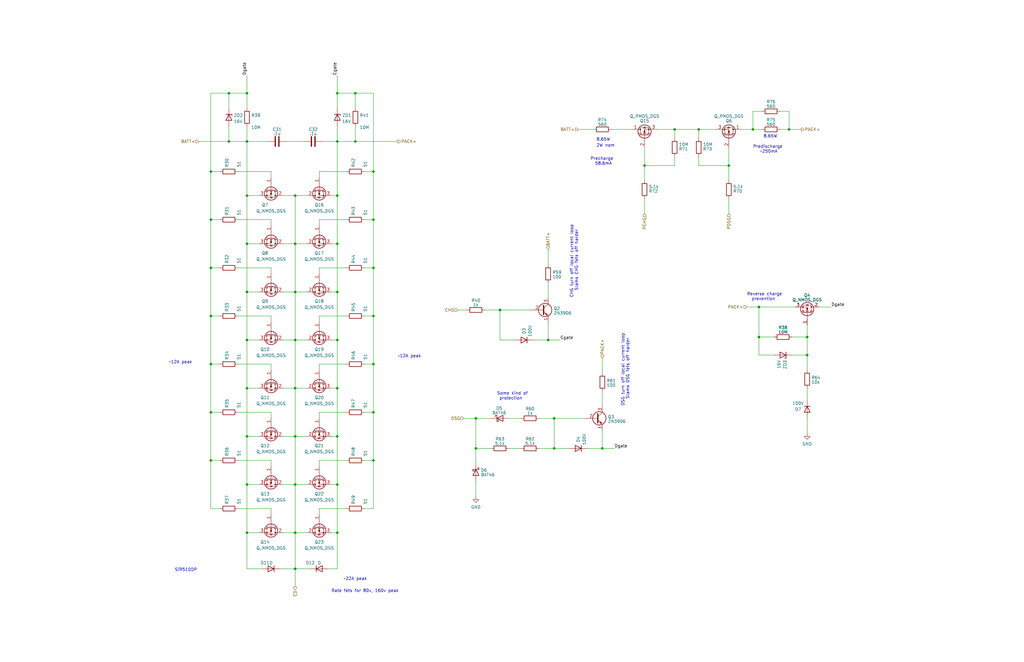
<source format=kicad_sch>
(kicad_sch (version 20230121) (generator eeschema)
  (paper "B")
  (title_block (title "High Side Fets") (date "2022-10-30") (rev "Rev 0") (company "QTech BMS Dept"))
  (lib_symbols
    (symbol "Device:C" (pin_numbers hide) (pin_names (offset 0.254))
      (property "Reference" "C" (at 0.635 2.54 0))
      (property "Value" "C" (at 0.635 -2.54 0))
      (symbol "C_0_1"
        (polyline (pts (xy -2.032 -0.762) (xy 2.032 -0.762)) (stroke (width 0.508)))
        (polyline (pts (xy -2.032 0.762) (xy 2.032 0.762)) (stroke (width 0.508)))
      )
      (symbol "C_1_1"
        (pin passive line (at 0 3.81 270) (length 2.794) (name "~") (number "1"))
        (pin passive line (at 0 -3.81 90) (length 2.794) (name "~") (number "2"))
      )
    )
    (symbol "Device:D" (pin_numbers hide) (pin_names (offset 1.016) hide)
      (property "Reference" "D" (at 0 2.54 0))
      (property "Value" "D" (at 0 -2.54 0))
      (symbol "D_0_1"
        (polyline (pts (xy -1.27 1.27) (xy -1.27 -1.27)) (stroke (width 0.254)))
        (polyline (pts (xy 1.27 0) (xy -1.27 0)))
        (polyline (pts (xy 1.27 1.27) (xy 1.27 -1.27) (xy -1.27 0) (xy 1.27 1.27)) (stroke (width 0.254)))
      )
      (symbol "D_1_1"
        (pin passive line (at -3.81 0 0) (length 2.54) (name "K") (number "1"))
        (pin passive line (at 3.81 0 180) (length 2.54) (name "A") (number "2"))
      )
    )
    (symbol "Device:D_Zener" (pin_numbers hide) (pin_names (offset 1.016) hide)
      (property "Reference" "D" (at 0 2.54 0))
      (property "Value" "D_Zener" (at 0 -2.54 0))
      (symbol "D_Zener_0_1"
        (polyline (pts (xy 1.27 0) (xy -1.27 0)))
        (polyline (pts (xy -1.27 -1.27) (xy -1.27 1.27) (xy -0.762 1.27)) (stroke (width 0.254)))
        (polyline (pts (xy 1.27 -1.27) (xy 1.27 1.27) (xy -1.27 0) (xy 1.27 -1.27)) (stroke (width 0.254)))
      )
      (symbol "D_Zener_1_1"
        (pin passive line (at -3.81 0 0) (length 2.54) (name "K") (number "1"))
        (pin passive line (at 3.81 0 180) (length 2.54) (name "A") (number "2"))
      )
    )
    (symbol "Device:Q_NMOS_GDS" (pin_names (offset 0) hide)
      (property "Reference" "Q" (at 5.08 1.27 0))
      (property "Value" "Q_NMOS_GDS" (at 5.08 -1.27 0))
      (symbol "Q_NMOS_GDS_0_1"
        (polyline (pts (xy 0.254 0) (xy -2.54 0)))
        (polyline (pts (xy 0.254 1.905) (xy 0.254 -1.905)) (stroke (width 0.254)))
        (polyline (pts (xy 0.762 -1.27) (xy 0.762 -2.286)) (stroke (width 0.254)))
        (polyline (pts (xy 0.762 0.508) (xy 0.762 -0.508)) (stroke (width 0.254)))
        (polyline (pts (xy 0.762 2.286) (xy 0.762 1.27)) (stroke (width 0.254)))
        (polyline (pts (xy 2.54 2.54) (xy 2.54 1.778)))
        (polyline (pts (xy 2.54 -2.54) (xy 2.54 0) (xy 0.762 0)))
        (polyline (pts (xy 0.762 -1.778) (xy 3.302 -1.778) (xy 3.302 1.778) (xy 0.762 1.778)))
        (polyline (pts (xy 1.016 0) (xy 2.032 0.381) (xy 2.032 -0.381) (xy 1.016 0)) (fill (type outline)))
        (polyline (pts (xy 2.794 0.508) (xy 2.921 0.381) (xy 3.683 0.381) (xy 3.81 0.254)))
        (polyline (pts (xy 3.302 0.381) (xy 2.921 -0.254) (xy 3.683 -0.254) (xy 3.302 0.381)))
        (circle (center 1.651 0) (radius 2.794) (stroke (width 0.254)))
        (circle (center 2.54 -1.778) (radius 0.254) (fill (type outline)))
        (circle (center 2.54 1.778) (radius 0.254) (fill (type outline)))
      )
      (symbol "Q_NMOS_GDS_1_1"
        (pin input line (at -5.08 0 0) (length 2.54) (name "G") (number "1"))
        (pin passive line (at 2.54 5.08 270) (length 2.54) (name "D") (number "2"))
        (pin passive line (at 2.54 -5.08 90) (length 2.54) (name "S") (number "3"))
      )
    )
    (symbol "Device:Q_PMOS_DGS" (pin_names (offset 0) hide)
      (property "Reference" "Q" (at 5.08 1.27 0))
      (property "Value" "Q_PMOS_DGS" (at 5.08 -1.27 0))
      (symbol "Q_PMOS_DGS_0_1"
        (polyline (pts (xy 0.254 0) (xy -2.54 0)))
        (polyline (pts (xy 0.254 1.905) (xy 0.254 -1.905)) (stroke (width 0.254)))
        (polyline (pts (xy 0.762 -1.27) (xy 0.762 -2.286)) (stroke (width 0.254)))
        (polyline (pts (xy 0.762 0.508) (xy 0.762 -0.508)) (stroke (width 0.254)))
        (polyline (pts (xy 0.762 2.286) (xy 0.762 1.27)) (stroke (width 0.254)))
        (polyline (pts (xy 2.54 2.54) (xy 2.54 1.778)))
        (polyline (pts (xy 2.54 -2.54) (xy 2.54 0) (xy 0.762 0)))
        (polyline (pts (xy 0.762 1.778) (xy 3.302 1.778) (xy 3.302 -1.778) (xy 0.762 -1.778)))
        (polyline (pts (xy 2.286 0) (xy 1.27 0.381) (xy 1.27 -0.381) (xy 2.286 0)) (fill (type outline)))
        (polyline (pts (xy 2.794 -0.508) (xy 2.921 -0.381) (xy 3.683 -0.381) (xy 3.81 -0.254)))
        (polyline (pts (xy 3.302 -0.381) (xy 2.921 0.254) (xy 3.683 0.254) (xy 3.302 -0.381)))
        (circle (center 1.651 0) (radius 2.794) (stroke (width 0.254)))
        (circle (center 2.54 -1.778) (radius 0.254) (fill (type outline)))
        (circle (center 2.54 1.778) (radius 0.254) (fill (type outline)))
      )
      (symbol "Q_PMOS_DGS_1_1"
        (pin passive line (at 2.54 5.08 270) (length 2.54) (name "D") (number "1"))
        (pin input line (at -5.08 0 0) (length 2.54) (name "G") (number "2"))
        (pin passive line (at 2.54 -5.08 90) (length 2.54) (name "S") (number "3"))
      )
    )
    (symbol "Device:R" (pin_numbers hide) (pin_names (offset 0))
      (property "Reference" "R" (at 2.032 0 90))
      (property "Value" "R" (at 0 0 90))
      (symbol "R_0_1"
        (rectangle (start -1.016 -2.54) (end 1.016 2.54) (stroke (width 0.254)))
      )
      (symbol "R_1_1"
        (pin passive line (at 0 3.81 270) (length 1.27) (name "~") (number "1"))
        (pin passive line (at 0 -3.81 90) (length 1.27) (name "~") (number "2"))
      )
    )
    (symbol "Diode:BAT46" (pin_numbers hide) (pin_names (offset 1.016) hide)
      (property "Reference" "D" (at 0 2.54 0))
      (property "Value" "BAT46" (at 0 -2.54 0))
      (symbol "BAT46_0_1"
        (polyline (pts (xy 1.27 0) (xy -1.27 0)))
        (polyline (pts (xy 1.27 1.27) (xy 1.27 -1.27) (xy -1.27 0) (xy 1.27 1.27)) (stroke (width 0.254)))
        (polyline (pts (xy -1.905 0.635) (xy -1.905 1.27) (xy -1.27 1.27) (xy -1.27 -1.27) (xy -0.635 -1.27) (xy -0.635 -0.635)) (stroke (width 0.254)))
      )
      (symbol "BAT46_1_1"
        (pin passive line (at -3.81 0 0) (length 2.54) (name "K") (number "1"))
        (pin passive line (at 3.81 0 180) (length 2.54) (name "A") (number "2"))
      )
    )
    (symbol "Transistor_BJT:2N3906" (pin_names (offset 0) hide)
      (property "Reference" "Q" (at 5.08 1.905 0))
      (property "Value" "2N3906" (at 5.08 0 0))
      (symbol "2N3906_0_1"
        (polyline (pts (xy 0.635 0.635) (xy 2.54 2.54)))
        (polyline (pts (xy 0.635 -0.635) (xy 2.54 -2.54) (xy 2.54 -2.54)))
        (polyline (pts (xy 0.635 1.905) (xy 0.635 -1.905) (xy 0.635 -1.905)) (stroke (width 0.508)))
        (polyline (pts (xy 2.286 -1.778) (xy 1.778 -2.286) (xy 1.27 -1.27) (xy 2.286 -1.778) (xy 2.286 -1.778)) (fill (type outline)))
        (circle (center 1.27 0) (radius 2.8194) (stroke (width 0.254)))
      )
      (symbol "2N3906_1_1"
        (pin passive line (at 2.54 -5.08 90) (length 2.54) (name "E") (number "1"))
        (pin input line (at -5.08 0 0) (length 5.715) (name "B") (number "2"))
        (pin passive line (at 2.54 5.08 270) (length 2.54) (name "C") (number "3"))
      )
    )
    (symbol "power:GND" (power) (pin_names (offset 0))
      (property "Value" "GND" (at 0 -3.81 0))
      (symbol "GND_0_1"
        (polyline (pts (xy 0 0) (xy 0 -1.27) (xy 1.27 -1.27) (xy 0 -2.54) (xy -1.27 -1.27) (xy 0 -1.27)))
      )
      (symbol "GND_1_1"
        (pin power_in line (at 0 0 270) (length 0) hide (name "GND") (number "1"))
      )
    )
  )
  (junction (at 210.82 130.81))
  (junction (at 104.14 204.47))
  (junction (at 88.9 92.71))
  (junction (at 104.14 224.79))
  (junction (at 320.04 129.54))
  (junction (at 104.14 39.37))
  (junction (at 124.46 102.87))
  (junction (at 200.66 189.23))
  (junction (at 149.86 39.37))
  (junction (at 157.48 133.35))
  (junction (at 307.34 69.85))
  (junction (at 88.9 173.99))
  (junction (at 332.74 54.61))
  (junction (at 124.46 204.47))
  (junction (at 157.48 113.03))
  (junction (at 157.48 194.31))
  (junction (at 124.46 123.19))
  (junction (at 104.14 184.15))
  (junction (at 96.52 59.69))
  (junction (at 157.48 173.99))
  (junction (at 142.24 59.69))
  (junction (at 104.14 82.55))
  (junction (at 104.14 143.51))
  (junction (at 88.9 72.39))
  (junction (at 284.48 54.61))
  (junction (at 149.86 59.69))
  (junction (at 124.46 240.03))
  (junction (at 142.24 204.47))
  (junction (at 88.9 194.31))
  (junction (at 88.9 153.67))
  (junction (at 142.24 82.55))
  (junction (at 124.46 143.51))
  (junction (at 320.04 142.24))
  (junction (at 142.24 123.19))
  (junction (at 233.68 189.23))
  (junction (at 142.24 39.37))
  (junction (at 88.9 113.03))
  (junction (at 104.14 123.19))
  (junction (at 104.14 102.87))
  (junction (at 271.78 69.85))
  (junction (at 233.68 176.53))
  (junction (at 96.52 39.37))
  (junction (at 317.5 54.61))
  (junction (at 124.46 163.83))
  (junction (at 157.48 153.67))
  (junction (at 200.66 176.53))
  (junction (at 124.46 82.55))
  (junction (at 142.24 163.83))
  (junction (at 124.46 224.79))
  (junction (at 340.36 142.24))
  (junction (at 104.14 59.69))
  (junction (at 294.64 54.61))
  (junction (at 104.14 163.83))
  (junction (at 142.24 184.15))
  (junction (at 254 189.23))
  (junction (at 157.48 92.71))
  (junction (at 88.9 133.35))
  (junction (at 157.48 72.39))
  (junction (at 142.24 143.51))
  (junction (at 231.14 143.51))
  (junction (at 142.24 224.79))
  (junction (at 124.46 184.15))
  (junction (at 142.24 102.87))
  (junction (at 340.36 149.86))
  (wire (pts (xy 124.46 123.19) (xy 129.54 123.19)))
  (wire (pts (xy 88.9 133.35) (xy 92.71 133.35)))
  (wire (pts (xy 124.46 163.83) (xy 129.54 163.83)))
  (wire (pts (xy 217.17 143.51) (xy 210.82 143.51)))
  (wire (pts (xy 193.04 130.81) (xy 196.85 130.81)))
  (wire (pts (xy 307.34 90.17) (xy 307.34 83.82)))
  (wire (pts (xy 142.24 123.19) (xy 142.24 143.51)))
  (wire (pts (xy 114.3 133.35) (xy 100.33 133.35)))
  (wire (pts (xy 114.3 194.31) (xy 114.3 196.85)))
  (wire (pts (xy 134.62 194.31) (xy 134.62 196.85)))
  (wire (pts (xy 153.67 194.31) (xy 157.48 194.31)))
  (wire (pts (xy 233.68 176.53) (xy 246.38 176.53)))
  (wire (pts (xy 88.9 113.03) (xy 92.71 113.03)))
  (wire (pts (xy 119.38 224.79) (xy 124.46 224.79)))
  (wire (pts (xy 350.52 129.54) (xy 345.44 129.54)))
  (wire (pts (xy 157.48 92.71) (xy 157.48 113.03)))
  (wire (pts (xy 271.78 90.17) (xy 271.78 83.82)))
  (wire (pts (xy 104.14 240.03) (xy 110.49 240.03)))
  (wire (pts (xy 271.78 76.2) (xy 271.78 69.85)))
  (wire (pts (xy 114.3 153.67) (xy 114.3 156.21)))
  (wire (pts (xy 104.14 123.19) (xy 109.22 123.19)))
  (wire (pts (xy 142.24 240.03) (xy 138.43 240.03)))
  (wire (pts (xy 96.52 39.37) (xy 96.52 45.72)))
  (wire (pts (xy 88.9 194.31) (xy 88.9 214.63)))
  (wire (pts (xy 88.9 214.63) (xy 92.71 214.63)))
  (wire (pts (xy 312.42 54.61) (xy 317.5 54.61)))
  (wire (pts (xy 119.38 82.55) (xy 124.46 82.55)))
  (wire (pts (xy 120.65 59.69) (xy 128.27 59.69)))
  (wire (pts (xy 139.7 224.79) (xy 142.24 224.79)))
  (wire (pts (xy 231.14 135.89) (xy 231.14 143.51)))
  (wire (pts (xy 104.14 204.47) (xy 104.14 224.79)))
  (wire (pts (xy 149.86 53.34) (xy 149.86 59.69)))
  (wire (pts (xy 88.9 72.39) (xy 88.9 92.71)))
  (wire (pts (xy 119.38 123.19) (xy 124.46 123.19)))
  (wire (pts (xy 307.34 69.85) (xy 307.34 62.23)))
  (wire (pts (xy 124.46 184.15) (xy 124.46 204.47)))
  (wire (pts (xy 157.48 72.39) (xy 157.48 92.71)))
  (wire (pts (xy 340.36 176.53) (xy 340.36 182.88)))
  (wire (pts (xy 119.38 102.87) (xy 124.46 102.87)))
  (wire (pts (xy 233.68 189.23) (xy 240.03 189.23)))
  (wire (pts (xy 142.24 39.37) (xy 142.24 45.72)))
  (wire (pts (xy 139.7 82.55) (xy 142.24 82.55)))
  (wire (pts (xy 124.46 102.87) (xy 124.46 123.19)))
  (wire (pts (xy 340.36 149.86) (xy 340.36 156.21)))
  (wire (pts (xy 134.62 92.71) (xy 134.62 95.25)))
  (wire (pts (xy 124.46 102.87) (xy 129.54 102.87)))
  (wire (pts (xy 231.14 105.41) (xy 231.14 111.76)))
  (wire (pts (xy 294.64 66.04) (xy 294.64 69.85)))
  (wire (pts (xy 104.14 53.34) (xy 104.14 59.69)))
  (wire (pts (xy 104.14 204.47) (xy 109.22 204.47)))
  (wire (pts (xy 153.67 153.67) (xy 157.48 153.67)))
  (wire (pts (xy 96.52 53.34) (xy 96.52 59.69)))
  (wire (pts (xy 294.64 54.61) (xy 302.26 54.61)))
  (wire (pts (xy 124.46 224.79) (xy 129.54 224.79)))
  (wire (pts (xy 124.46 204.47) (xy 129.54 204.47)))
  (wire (pts (xy 104.14 163.83) (xy 109.22 163.83)))
  (wire (pts (xy 96.52 39.37) (xy 104.14 39.37)))
  (wire (pts (xy 149.86 59.69) (xy 167.64 59.69)))
  (wire (pts (xy 214.63 176.53) (xy 219.71 176.53)))
  (wire (pts (xy 134.62 72.39) (xy 134.62 74.93)))
  (wire (pts (xy 104.14 184.15) (xy 104.14 204.47)))
  (wire (pts (xy 119.38 204.47) (xy 124.46 204.47)))
  (wire (pts (xy 104.14 102.87) (xy 109.22 102.87)))
  (wire (pts (xy 142.24 59.69) (xy 149.86 59.69)))
  (wire (pts (xy 149.86 39.37) (xy 149.86 45.72)))
  (wire (pts (xy 284.48 69.85) (xy 284.48 66.04)))
  (wire (pts (xy 257.81 54.61) (xy 266.7 54.61)))
  (wire (pts (xy 124.46 143.51) (xy 124.46 163.83)))
  (wire (pts (xy 214.63 189.23) (xy 219.71 189.23)))
  (wire (pts (xy 88.9 92.71) (xy 92.71 92.71)))
  (wire (pts (xy 227.33 189.23) (xy 233.68 189.23)))
  (wire (pts (xy 153.67 133.35) (xy 157.48 133.35)))
  (wire (pts (xy 134.62 194.31) (xy 146.05 194.31)))
  (wire (pts (xy 142.24 143.51) (xy 142.24 163.83)))
  (wire (pts (xy 307.34 76.2) (xy 307.34 69.85)))
  (wire (pts (xy 210.82 130.81) (xy 223.52 130.81)))
  (wire (pts (xy 204.47 130.81) (xy 210.82 130.81)))
  (wire (pts (xy 88.9 173.99) (xy 88.9 194.31)))
  (wire (pts (xy 200.66 189.23) (xy 200.66 195.58)))
  (wire (pts (xy 320.04 129.54) (xy 320.04 142.24)))
  (wire (pts (xy 124.46 240.03) (xy 124.46 247.65)))
  (wire (pts (xy 320.04 129.54) (xy 335.28 129.54)))
  (wire (pts (xy 100.33 72.39) (xy 114.3 72.39)))
  (wire (pts (xy 328.93 54.61) (xy 332.74 54.61)))
  (wire (pts (xy 334.01 142.24) (xy 340.36 142.24)))
  (wire (pts (xy 142.24 163.83) (xy 142.24 184.15)))
  (wire (pts (xy 88.9 133.35) (xy 88.9 153.67)))
  (wire (pts (xy 134.62 153.67) (xy 134.62 156.21)))
  (wire (pts (xy 153.67 72.39) (xy 157.48 72.39)))
  (wire (pts (xy 88.9 153.67) (xy 88.9 173.99)))
  (wire (pts (xy 236.22 143.51) (xy 231.14 143.51)))
  (wire (pts (xy 254 189.23) (xy 247.65 189.23)))
  (wire (pts (xy 119.38 143.51) (xy 124.46 143.51)))
  (wire (pts (xy 104.14 102.87) (xy 104.14 123.19)))
  (wire (pts (xy 328.93 46.99) (xy 332.74 46.99)))
  (wire (pts (xy 142.24 53.34) (xy 142.24 59.69)))
  (wire (pts (xy 88.9 39.37) (xy 88.9 72.39)))
  (wire (pts (xy 200.66 176.53) (xy 207.01 176.53)))
  (wire (pts (xy 124.46 240.03) (xy 118.11 240.03)))
  (wire (pts (xy 142.24 82.55) (xy 142.24 102.87)))
  (wire (pts (xy 200.66 189.23) (xy 207.01 189.23)))
  (wire (pts (xy 124.46 204.47) (xy 124.46 224.79)))
  (wire (pts (xy 142.24 39.37) (xy 149.86 39.37)))
  (wire (pts (xy 142.24 102.87) (xy 142.24 123.19)))
  (wire (pts (xy 149.86 39.37) (xy 157.48 39.37)))
  (wire (pts (xy 142.24 59.69) (xy 142.24 82.55)))
  (wire (pts (xy 114.3 214.63) (xy 114.3 217.17)))
  (wire (pts (xy 326.39 149.86) (xy 320.04 149.86)))
  (wire (pts (xy 271.78 69.85) (xy 284.48 69.85)))
  (wire (pts (xy 104.14 163.83) (xy 104.14 184.15)))
  (wire (pts (xy 157.48 153.67) (xy 157.48 133.35)))
  (wire (pts (xy 104.14 184.15) (xy 109.22 184.15)))
  (wire (pts (xy 100.33 173.99) (xy 114.3 173.99)))
  (wire (pts (xy 284.48 58.42) (xy 284.48 54.61)))
  (wire (pts (xy 276.86 54.61) (xy 284.48 54.61)))
  (wire (pts (xy 88.9 92.71) (xy 88.9 113.03)))
  (wire (pts (xy 233.68 189.23) (xy 233.68 176.53)))
  (wire (pts (xy 114.3 92.71) (xy 114.3 95.25)))
  (wire (pts (xy 124.46 143.51) (xy 129.54 143.51)))
  (wire (pts (xy 124.46 184.15) (xy 129.54 184.15)))
  (wire (pts (xy 139.7 184.15) (xy 142.24 184.15)))
  (wire (pts (xy 153.67 92.71) (xy 157.48 92.71)))
  (wire (pts (xy 104.14 31.75) (xy 104.14 39.37)))
  (wire (pts (xy 119.38 184.15) (xy 124.46 184.15)))
  (wire (pts (xy 88.9 133.35) (xy 88.9 113.03)))
  (wire (pts (xy 104.14 143.51) (xy 109.22 143.51)))
  (wire (pts (xy 340.36 149.86) (xy 334.01 149.86)))
  (wire (pts (xy 157.48 39.37) (xy 157.48 72.39)))
  (wire (pts (xy 284.48 54.61) (xy 294.64 54.61)))
  (wire (pts (xy 88.9 194.31) (xy 92.71 194.31)))
  (wire (pts (xy 157.48 214.63) (xy 157.48 194.31)))
  (wire (pts (xy 124.46 82.55) (xy 129.54 82.55)))
  (wire (pts (xy 157.48 153.67) (xy 157.48 173.99)))
  (wire (pts (xy 231.14 119.38) (xy 231.14 125.73)))
  (wire (pts (xy 134.62 173.99) (xy 146.05 173.99)))
  (wire (pts (xy 139.7 143.51) (xy 142.24 143.51)))
  (wire (pts (xy 332.74 54.61) (xy 337.82 54.61)))
  (wire (pts (xy 332.74 46.99) (xy 332.74 54.61)))
  (wire (pts (xy 227.33 176.53) (xy 233.68 176.53)))
  (wire (pts (xy 114.3 72.39) (xy 114.3 74.93)))
  (wire (pts (xy 271.78 69.85) (xy 271.78 62.23)))
  (wire (pts (xy 134.62 92.71) (xy 146.05 92.71)))
  (wire (pts (xy 124.46 224.79) (xy 124.46 240.03)))
  (wire (pts (xy 114.3 135.89) (xy 114.3 133.35)))
  (wire (pts (xy 320.04 142.24) (xy 320.04 149.86)))
  (wire (pts (xy 200.66 176.53) (xy 200.66 189.23)))
  (wire (pts (xy 134.62 113.03) (xy 146.05 113.03)))
  (wire (pts (xy 142.24 224.79) (xy 142.24 240.03)))
  (wire (pts (xy 88.9 39.37) (xy 96.52 39.37)))
  (wire (pts (xy 157.48 133.35) (xy 157.48 113.03)))
  (wire (pts (xy 134.62 133.35) (xy 146.05 133.35)))
  (wire (pts (xy 139.7 163.83) (xy 142.24 163.83)))
  (wire (pts (xy 135.89 59.69) (xy 142.24 59.69)))
  (wire (pts (xy 104.14 224.79) (xy 104.14 240.03)))
  (wire (pts (xy 100.33 194.31) (xy 114.3 194.31)))
  (wire (pts (xy 157.48 173.99) (xy 153.67 173.99)))
  (wire (pts (xy 320.04 142.24) (xy 326.39 142.24)))
  (wire (pts (xy 231.14 143.51) (xy 224.79 143.51)))
  (wire (pts (xy 124.46 123.19) (xy 124.46 143.51)))
  (wire (pts (xy 134.62 153.67) (xy 146.05 153.67)))
  (wire (pts (xy 210.82 143.51) (xy 210.82 130.81)))
  (wire (pts (xy 153.67 214.63) (xy 157.48 214.63)))
  (wire (pts (xy 96.52 59.69) (xy 104.14 59.69)))
  (wire (pts (xy 114.3 113.03) (xy 114.3 115.57)))
  (wire (pts (xy 340.36 137.16) (xy 340.36 142.24)))
  (wire (pts (xy 124.46 82.55) (xy 124.46 102.87)))
  (wire (pts (xy 317.5 54.61) (xy 321.31 54.61)))
  (wire (pts (xy 104.14 45.72) (xy 104.14 39.37)))
  (wire (pts (xy 139.7 102.87) (xy 142.24 102.87)))
  (wire (pts (xy 317.5 54.61) (xy 317.5 46.99)))
  (wire (pts (xy 254 165.1) (xy 254 171.45)))
  (wire (pts (xy 259.08 189.23) (xy 254 189.23)))
  (wire (pts (xy 83.82 59.69) (xy 96.52 59.69)))
  (wire (pts (xy 88.9 173.99) (xy 92.71 173.99)))
  (wire (pts (xy 104.14 59.69) (xy 113.03 59.69)))
  (wire (pts (xy 104.14 82.55) (xy 104.14 102.87)))
  (wire (pts (xy 134.62 214.63) (xy 134.62 217.17)))
  (wire (pts (xy 340.36 142.24) (xy 340.36 149.86)))
  (wire (pts (xy 142.24 204.47) (xy 142.24 224.79)))
  (wire (pts (xy 153.67 113.03) (xy 157.48 113.03)))
  (wire (pts (xy 134.62 72.39) (xy 146.05 72.39)))
  (wire (pts (xy 134.62 133.35) (xy 134.62 135.89)))
  (wire (pts (xy 104.14 123.19) (xy 104.14 143.51)))
  (wire (pts (xy 88.9 72.39) (xy 92.71 72.39)))
  (wire (pts (xy 104.14 224.79) (xy 109.22 224.79)))
  (wire (pts (xy 119.38 163.83) (xy 124.46 163.83)))
  (wire (pts (xy 130.81 240.03) (xy 124.46 240.03)))
  (wire (pts (xy 100.33 214.63) (xy 114.3 214.63)))
  (wire (pts (xy 254 151.13) (xy 254 157.48)))
  (wire (pts (xy 134.62 113.03) (xy 134.62 115.57)))
  (wire (pts (xy 134.62 173.99) (xy 134.62 176.53)))
  (wire (pts (xy 104.14 143.51) (xy 104.14 163.83)))
  (wire (pts (xy 340.36 163.83) (xy 340.36 168.91)))
  (wire (pts (xy 104.14 59.69) (xy 104.14 82.55)))
  (wire (pts (xy 88.9 153.67) (xy 92.71 153.67)))
  (wire (pts (xy 243.84 54.61) (xy 250.19 54.61)))
  (wire (pts (xy 104.14 82.55) (xy 109.22 82.55)))
  (wire (pts (xy 294.64 54.61) (xy 294.64 58.42)))
  (wire (pts (xy 314.96 129.54) (xy 320.04 129.54)))
  (wire (pts (xy 100.33 92.71) (xy 114.3 92.71)))
  (wire (pts (xy 124.46 163.83) (xy 124.46 184.15)))
  (wire (pts (xy 142.24 31.75) (xy 142.24 39.37)))
  (wire (pts (xy 254 181.61) (xy 254 189.23)))
  (wire (pts (xy 114.3 173.99) (xy 114.3 176.53)))
  (wire (pts (xy 114.3 113.03) (xy 100.33 113.03)))
  (wire (pts (xy 317.5 46.99) (xy 321.31 46.99)))
  (wire (pts (xy 139.7 204.47) (xy 142.24 204.47)))
  (wire (pts (xy 139.7 123.19) (xy 142.24 123.19)))
  (wire (pts (xy 195.58 176.53) (xy 200.66 176.53)))
  (wire (pts (xy 200.66 203.2) (xy 200.66 209.55)))
  (wire (pts (xy 100.33 153.67) (xy 114.3 153.67)))
  (wire (pts (xy 142.24 184.15) (xy 142.24 204.47)))
  (wire (pts (xy 157.48 194.31) (xy 157.48 173.99)))
  (wire (pts (xy 134.62 214.63) (xy 146.05 214.63)))
  (wire (pts (xy 294.64 69.85) (xy 307.34 69.85)))
  (text "Rate fets for 80v, 160v peak" (at 139.7 250.19 0) (effects (font (size 1.27 1.27)) (justify left bottom)))
  (text "CHG turn off local current loop\n   Slams CHG fets off harder" (at 243.84 125.73 90) (effects (font (size 1.27 1.27)) (justify left bottom)))
  (text "2W nom" (at 251.46 62.23 0) (effects (font (size 1.27 1.27)) (justify left bottom)))
  (text "~22A peak" (at 144.78 245.11 0) (effects (font (size 1.27 1.27)) (justify left bottom)))
  (text "Reverse charge\n  prevention" (at 314.96 127 0) (effects (font (size 1.27 1.27)) (justify left bottom)))
  (text "8.65W" (at 251.46 59.69 0) (effects (font (size 1.27 1.27)) (justify left bottom)))
  (text "Predischarge\n   ~250mA" (at 317.5 64.77 0) (effects (font (size 1.27 1.27)) (justify left bottom)))
  (text "DSG turn off local current loop\n   Slams DSG fets off harder" (at 265.43 171.45 90) (effects (font (size 1.27 1.27)) (justify left bottom)))
  (text "8.65W" (at 321.9206 58.3341 0) (effects (font (size 1.27 1.27)) (justify left bottom)))
  (text "Precharge\n  58.6mA" (at 248.92 69.85 0) (effects (font (size 1.27 1.27)) (justify left bottom)))
  (text "Some kind of\n protection" (at 209.55 168.91 0) (effects (font (size 1.27 1.27)) (justify left bottom)))
  (text "~12A peak" (at 167.64 151.13 0) (effects (font (size 1.27 1.27)) (justify left bottom)))
  (text "~12A peak" (at 71.12 153.67 0) (effects (font (size 1.27 1.27)) (justify left bottom)))
  (text "SiR510DP" (at 73.66 241.3 0) (effects (font (size 1.27 1.27)) (justify left bottom)))
  (label "Cgate" (at 236.22 143.51 0))
  (label "Dgate" (at 259.08 189.23 0))
  (label "Cgate" (at 142.24 31.75 90))
  (label "Dgate" (at 350.52 129.54 0))
  (label "Dgate" (at 104.14 31.75 90))
  (hierarchical_label "PACK+" (shape output) (at 167.64 59.69 0))
  (hierarchical_label "PCHG" (shape input) (at 271.78 90.17 270))
  (hierarchical_label "PACK+" (shape input) (at 254 151.13 90))
  (hierarchical_label "BATT+" (shape input) (at 83.82 59.69 180))
  (hierarchical_label "BATT+" (shape input) (at 231.14 105.41 90))
  (hierarchical_label "PACK+" (shape output) (at 337.82 54.61 0))
  (hierarchical_label "CD" (shape output) (at 124.46 247.65 270))
  (hierarchical_label "CHG" (shape input) (at 193.04 130.81 180))
  (hierarchical_label "PDSG" (shape input) (at 307.34 90.17 270))
  (hierarchical_label "DSG" (shape input) (at 195.58 176.53 180))
  (hierarchical_label "BATT+" (shape input) (at 243.84 54.61 180))
  (hierarchical_label "PACK+" (shape input) (at 314.96 129.54 180))
  (symbol (lib_id "Device:R") (at 254 161.29 180) (unit 1)
    (property "Reference" "R61" (at 255.778 160.6463 0) (effects (justify right)))
    (property "Value" "100" (at 255.778 162.5673 0) (effects (justify right)))
    (property "Footprint" "Resistor_SMD:R_0603_1608Metric" (effects hide))
    (property "Src_Value" "R_chg" (effects hide))
    (property "Src_Page" "Table 10-1" (effects hide))
  )
  (symbol (lib_id "Device:D_Zener") (at 142.24 49.53 270) (unit 1)
    (property "Reference" "ZD1" (at 144.272 48.6953 90) (effects (justify left)))
    (property "Value" "16V" (at 144.272 51.2322 90) (effects (justify left)))
    (property "Footprint" "Diode_SMD:D_SOD-323" (effects hide))
    (property "Src_Page" "Figure 10-5" (effects hide))
  )
  (symbol (lib_id "Device:D_Zener") (at 330.2 149.86 180) (unit 1)
    (property "Reference" "ZD3" (at 331.0347 151.892 90) (effects (justify left)))
    (property "Value" "16V" (at 328.4978 151.892 90) (effects (justify left)))
    (property "Footprint" "Diode_SMD:D_SOD-323" (effects hide))
    (property "Src_Page" "Figure 10-5" (effects hide))
  )
  (symbol (lib_id "Device:R") (at 294.64 62.23 0) (mirror y) (unit 1)
    (property "Reference" "R73" (at 296.418 62.8737 0) (effects (justify right)))
    (property "Value" "10M" (at 296.418 60.9527 0) (effects (justify right)))
    (property "Footprint" "Resistor_SMD:R_0603_1608Metric" (effects hide))
    (property "Src_Value" "R_chg" (effects hide))
    (property "Src_Page" "Table 10-1" (effects hide))
  )
  (symbol (lib_id "Device:R") (at 96.52 92.71 90) (unit 1)
    (property "Reference" "R31" (at 95.6853 90.932 0) (effects (justify left)))
    (property "Value" "51" (at 100.7622 90.932 0) (effects (justify left)))
    (property "Footprint" "Resistor_SMD:R_0603_1608Metric" (effects hide))
    (property "Src_Value" "R_gs_dsg" (effects hide))
    (property "Src_Page" "Table 10-1" (effects hide))
  )
  (symbol (lib_id "Device:R") (at 149.86 173.99 90) (unit 1)
    (property "Reference" "R47" (at 149.0253 172.212 0) (effects (justify left)))
    (property "Value" "51" (at 154.1022 172.212 0) (effects (justify left)))
    (property "Footprint" "Resistor_SMD:R_0603_1608Metric" (effects hide))
    (property "Src_Value" "R_gs_dsg" (effects hide))
    (property "Src_Page" "Table 10-1" (effects hide))
  )
  (symbol (lib_id "Device:R") (at 149.86 72.39 90) (unit 1)
    (property "Reference" "R42" (at 149.0253 70.612 0) (effects (justify left)))
    (property "Value" "51" (at 154.1022 70.612 0) (effects (justify left)))
    (property "Footprint" "Resistor_SMD:R_0603_1608Metric" (effects hide))
    (property "Src_Value" "R_gs_dsg" (effects hide))
    (property "Src_Page" "Table 10-1" (effects hide))
  )
  (symbol (lib_id "Device:Q_NMOS_GDS") (at 134.62 100.33 90) (mirror x) (unit 1)
    (property "Reference" "Q17" (at 134.62 106.8054 90))
    (property "Value" "Q_NMOS_DGS" (at 134.62 109.3423 90))
    (property "Footprint" "Package_TO_SOT_SMD:TO-252-2" (effects hide))
    (property "Src_Value" "dsg_fet" (effects hide))
    (property "Sim.Device" "SPICE" (effects hide))
    (property "Sim.Params" "type=\"M\" model=\"Q_NMOS_DGS\" lib=\"\"" (effects hide))
    (property "Sim.Pins" "1=1 2=2 3=3" (effects hide))
  )
  (symbol (lib_id "Device:C") (at 116.84 59.69 90) (unit 1)
    (property "Reference" "C31" (at 116.84 54.61 90))
    (property "Value" ".1u" (at 116.84 56.3681 90))
    (property "Footprint" "Capacitor_SMD:C_0603_1608Metric" (effects hide))
  )
  (symbol (lib_id "Device:Q_PMOS_DGS") (at 307.34 57.15 270) (mirror x) (unit 1)
    (property "Reference" "Q6" (at 307.34 50.9825 90))
    (property "Value" "Q_PMOS_DGS" (at 307.34 49.0615 90))
  )
  (symbol (lib_id "power:GND") (at 200.66 209.55 0) (unit 1)
    (property "Reference" "#PWR02" (effects hide))
    (property "Value" "GND" (at 200.66 213.9934 0))
    (instances (project "bms" (path "" (reference "#PWR02") (unit 1)) (path "" (reference "#PWR028") (unit 1))))
  )
  (symbol (lib_id "Device:C") (at 132.08 59.69 90) (unit 1)
    (property "Reference" "C32" (at 132.08 54.61 90))
    (property "Value" ".1u" (at 132.08 56.3681 90))
    (property "Footprint" "Capacitor_SMD:C_0603_1608Metric" (effects hide))
  )
  (symbol (lib_id "Device:Q_NMOS_GDS") (at 340.36 132.08 270) (mirror x) (unit 1)
    (property "Reference" "Q4" (at 340.36 124.6251 90))
    (property "Value" "Q_NMOS_DGS" (at 340.36 126.5461 90))
    (property "Footprint" "Package_TO_SOT_SMD:TO-252-2" (effects hide))
    (property "Src_Value" "dsg_fet" (effects hide))
    (property "Sim.Device" "SPICE" (effects hide))
    (property "Sim.Params" "type=\"M\" model=\"Q_NMOS_DGS\" lib=\"\"" (effects hide))
    (property "Sim.Pins" "1=1 2=2 3=3" (effects hide))
  )
  (symbol (lib_id "Device:Q_NMOS_GDS") (at 114.3 120.65 270) (unit 1)
    (property "Reference" "Q9" (at 111.76 127.1254 90))
    (property "Value" "Q_NMOS_DGS" (at 114.3 129.6623 90))
    (property "Footprint" "Package_TO_SOT_SMD:TO-252-2" (effects hide))
    (property "Src_Value" "dsg_fet" (effects hide))
    (property "Sim.Device" "SPICE" (effects hide))
    (property "Sim.Params" "type=\"M\" model=\"Q_NMOS_DGS\" lib=\"\"" (effects hide))
    (property "Sim.Pins" "1=1 2=2 3=3" (effects hide))
  )
  (symbol (lib_id "Device:R") (at 149.86 113.03 90) (unit 1)
    (property "Reference" "R44" (at 149.0253 111.252 0) (effects (justify left)))
    (property "Value" "51" (at 154.1022 111.252 0) (effects (justify left)))
    (property "Footprint" "Resistor_SMD:R_0603_1608Metric" (effects hide))
    (property "Src_Value" "R_gs_dsg" (effects hide))
    (property "Src_Page" "Table 10-1" (effects hide))
  )
  (symbol (lib_id "Device:Q_NMOS_GDS") (at 134.62 120.65 90) (mirror x) (unit 1)
    (property "Reference" "Q18" (at 134.62 127.1254 90))
    (property "Value" "Q_NMOS_DGS" (at 134.62 129.6623 90))
    (property "Footprint" "Package_TO_SOT_SMD:TO-252-2" (effects hide))
    (property "Src_Value" "dsg_fet" (effects hide))
    (property "Sim.Device" "SPICE" (effects hide))
    (property "Sim.Params" "type=\"M\" model=\"Q_NMOS_DGS\" lib=\"\"" (effects hide))
    (property "Sim.Pins" "1=1 2=2 3=3" (effects hide))
  )
  (symbol (lib_id "Device:R") (at 149.86 92.71 90) (unit 1)
    (property "Reference" "R43" (at 149.0253 90.932 0) (effects (justify left)))
    (property "Value" "51" (at 154.1022 90.932 0) (effects (justify left)))
    (property "Footprint" "Resistor_SMD:R_0603_1608Metric" (effects hide))
    (property "Src_Value" "R_gs_dsg" (effects hide))
    (property "Src_Page" "Table 10-1" (effects hide))
  )
  (symbol (lib_id "Device:R") (at 96.52 72.39 90) (unit 1)
    (property "Reference" "R30" (at 95.6853 70.612 0) (effects (justify left)))
    (property "Value" "51" (at 100.7622 70.612 0) (effects (justify left)))
    (property "Footprint" "Resistor_SMD:R_0603_1608Metric" (effects hide))
    (property "Src_Value" "R_gs_dsg" (effects hide))
    (property "Src_Page" "Table 10-1" (effects hide))
  )
  (symbol (lib_id "Transistor_BJT:2N3906") (at 228.6 130.81 0) (unit 1)
    (property "Reference" "Q2" (at 233.4514 130.1663 0) (effects (justify left)))
    (property "Value" "2N3906" (at 233.4514 132.0873 0) (effects (justify left)))
    (property "Footprint" "Package_TO_SOT_THT:TO-92_Inline" (effects hide))
    (property "Datasheet" "https://www.onsemi.com/pub/Collateral/2N3906-D.PDF" (effects hide))
  )
  (symbol (lib_id "Device:D") (at 134.62 240.03 0) (unit 1)
    (property "Reference" "D12" (at 130.81 237.49 0))
    (property "Value" "D" (at 134.62 237.5971 0))
    (property "Footprint" "Diode_SMD:D_SMC" (effects hide))
  )
  (symbol (lib_id "Device:D") (at 220.98 143.51 180) (unit 1)
    (property "Reference" "D3" (at 220.98 139.7 90))
    (property "Value" "100V" (at 223.52 139.7 90))
    (property "Footprint" "Diode_SMD:D_SOD-123" (effects hide))
    (property "Src_Page" "Figure 10-5" (effects hide))
  )
  (symbol (lib_id "Device:R") (at 307.34 80.01 0) (mirror y) (unit 1)
    (property "Reference" "R70" (at 309.118 80.6537 0) (effects (justify right)))
    (property "Value" "5.1k" (at 309.118 78.7327 0) (effects (justify right)))
    (property "Footprint" "Resistor_SMD:R_0603_1608Metric" (effects hide))
    (property "Src_Value" "R_chg" (effects hide))
    (property "Src_Page" "Table 10-1" (effects hide))
  )
  (symbol (lib_id "Device:R") (at 210.82 189.23 90) (unit 1)
    (property "Reference" "R63" (at 210.82 185.2041 90))
    (property "Value" "5.1k" (at 210.82 187.1251 90))
    (property "Footprint" "Resistor_SMD:R_0603_1608Metric" (effects hide))
    (property "Src_Value" "R_chg" (effects hide))
    (property "Src_Page" "Table 10-1" (effects hide))
  )
  (symbol (lib_id "Diode:BAT46") (at 210.82 176.53 0) (unit 1)
    (property "Reference" "D5" (at 210.5025 172.2501 0))
    (property "Value" "BAT46" (at 210.5025 174.1711 0))
    (property "Footprint" "Diode_THT:D_DO-35_SOD27_P7.62mm_Horizontal" (effects hide))
    (property "Datasheet" "http://www.vishay.com/docs/85662/bat46.pdf" (effects hide))
  )
  (symbol (lib_id "Device:R") (at 96.52 133.35 90) (unit 1)
    (property "Reference" "R33" (at 95.6853 131.572 0) (effects (justify left)))
    (property "Value" "51" (at 100.7622 131.572 0) (effects (justify left)))
    (property "Footprint" "Resistor_SMD:R_0603_1608Metric" (effects hide))
    (property "Src_Value" "R_gs_dsg" (effects hide))
    (property "Src_Page" "Table 10-1" (effects hide))
  )
  (symbol (lib_id "Device:R") (at 96.52 194.31 90) (unit 1)
    (property "Reference" "R36" (at 95.6853 192.532 0) (effects (justify left)))
    (property "Value" "51" (at 100.7622 192.532 0) (effects (justify left)))
    (property "Footprint" "Resistor_SMD:R_0603_1608Metric" (effects hide))
    (property "Src_Value" "R_gs_dsg" (effects hide))
    (property "Src_Page" "Table 10-1" (effects hide))
  )
  (symbol (lib_id "Device:Q_PMOS_DGS") (at 271.78 57.15 90) (unit 1)
    (property "Reference" "Q15" (at 271.78 50.9825 90))
    (property "Value" "Q_PMOS_DGS" (at 271.78 49.0615 90))
  )
  (symbol (lib_id "Transistor_BJT:2N3906") (at 251.46 176.53 0) (unit 1)
    (property "Reference" "Q3" (at 256.3114 175.8863 0) (effects (justify left)))
    (property "Value" "2N3906" (at 256.3114 177.8073 0) (effects (justify left)))
    (property "Footprint" "Package_TO_SOT_THT:TO-92_Inline" (effects hide))
    (property "Datasheet" "https://www.onsemi.com/pub/Collateral/2N3906-D.PDF" (effects hide))
  )
  (symbol (lib_id "Device:Q_NMOS_GDS") (at 114.3 161.29 270) (unit 1)
    (property "Reference" "Q11" (at 111.76 167.7654 90))
    (property "Value" "Q_NMOS_DGS" (at 114.3 170.3023 90))
    (property "Footprint" "Package_TO_SOT_SMD:TO-252-2" (effects hide))
    (property "Src_Value" "dsg_fet" (effects hide))
    (property "Sim.Device" "SPICE" (effects hide))
    (property "Sim.Params" "type=\"M\" model=\"Q_NMOS_DGS\" lib=\"\"" (effects hide))
    (property "Sim.Pins" "1=1 2=2 3=3" (effects hide))
  )
  (symbol (lib_id "Device:R") (at 254 54.61 270) (mirror x) (unit 1)
    (property "Reference" "R74" (at 254 50.5841 90))
    (property "Value" "560" (at 254 52.5051 90))
    (property "Footprint" "Resistor_THT:R_Axial_Power_L48.0mm_W12.5mm_P55.88mm" (effects hide))
    (property "Src_Value" "R_chg" (effects hide))
    (property "Src_Page" "Table 10-1" (effects hide))
  )
  (symbol (lib_id "Device:D") (at 340.36 172.72 270) (unit 1)
    (property "Reference" "D7" (at 336.55 172.72 90))
    (property "Value" "100V" (at 336.55 170.18 90))
    (property "Footprint" "Diode_SMD:D_SOD-123" (effects hide))
    (property "Src_Page" "Figure 10-5" (effects hide))
  )
  (symbol (lib_id "Device:Q_NMOS_GDS") (at 114.3 181.61 270) (unit 1)
    (property "Reference" "Q12" (at 111.76 188.0854 90))
    (property "Value" "Q_NMOS_DGS" (at 114.3 190.6223 90))
    (property "Footprint" "Package_TO_SOT_SMD:TO-252-2" (effects hide))
    (property "Src_Value" "dsg_fet" (effects hide))
    (property "Sim.Device" "SPICE" (effects hide))
    (property "Sim.Params" "type=\"M\" model=\"Q_NMOS_DGS\" lib=\"\"" (effects hide))
    (property "Sim.Pins" "1=1 2=2 3=3" (effects hide))
  )
  (symbol (lib_id "Device:R") (at 271.78 80.01 0) (mirror y) (unit 1)
    (property "Reference" "R72" (at 273.558 80.6537 0) (effects (justify right)))
    (property "Value" "5.1k" (at 273.558 78.7327 0) (effects (justify right)))
    (property "Footprint" "Resistor_SMD:R_0603_1608Metric" (effects hide))
    (property "Src_Value" "R_chg" (effects hide))
    (property "Src_Page" "Table 10-1" (effects hide))
  )
  (symbol (lib_id "Device:Q_NMOS_GDS") (at 134.62 222.25 90) (mirror x) (unit 1)
    (property "Reference" "Q23" (at 134.62 228.7254 90))
    (property "Value" "Q_NMOS_DGS" (at 134.62 231.2623 90))
    (property "Footprint" "Package_TO_SOT_SMD:TO-252-2" (effects hide))
    (property "Src_Value" "dsg_fet" (effects hide))
    (property "Sim.Device" "SPICE" (effects hide))
    (property "Sim.Params" "type=\"M\" model=\"Q_NMOS_DGS\" lib=\"\"" (effects hide))
    (property "Sim.Pins" "1=1 2=2 3=3" (effects hide))
  )
  (symbol (lib_id "Device:R") (at 231.14 115.57 180) (unit 1)
    (property "Reference" "R59" (at 232.918 114.9263 0) (effects (justify right)))
    (property "Value" "100" (at 232.918 116.8473 0) (effects (justify right)))
    (property "Footprint" "Resistor_SMD:R_0603_1608Metric" (effects hide))
    (property "Src_Value" "R_chg" (effects hide))
    (property "Src_Page" "Table 10-1" (effects hide))
  )
  (symbol (lib_id "Device:R") (at 340.36 160.02 0) (unit 1)
    (property "Reference" "R64" (at 342.138 159.3763 0) (effects (justify left)))
    (property "Value" "10k" (at 342.138 161.2973 0) (effects (justify left)))
    (property "Footprint" "Resistor_SMD:R_0603_1608Metric" (effects hide))
    (property "Src_Value" "R_chg" (effects hide))
    (property "Src_Page" "Table 10-1" (effects hide))
  )
  (symbol (lib_id "Device:R") (at 104.14 49.53 0) (unit 1)
    (property "Reference" "R39" (at 105.918 48.6953 0) (effects (justify left)))
    (property "Value" "10M" (at 105.918 53.7722 0) (effects (justify left)))
    (property "Footprint" "Resistor_SMD:R_0603_1608Metric" (effects hide))
    (property "Src_Value" "R_gs_dsg" (effects hide))
    (property "Src_Page" "Table 10-1" (effects hide))
  )
  (symbol (lib_id "Device:Q_NMOS_GDS") (at 114.3 140.97 270) (unit 1)
    (property "Reference" "Q10" (at 111.76 147.4454 90))
    (property "Value" "Q_NMOS_DGS" (at 114.3 149.9823 90))
    (property "Footprint" "Package_TO_SOT_SMD:TO-252-2" (effects hide))
    (property "Src_Value" "dsg_fet" (effects hide))
    (property "Sim.Device" "SPICE" (effects hide))
    (property "Sim.Params" "type=\"M\" model=\"Q_NMOS_DGS\" lib=\"\"" (effects hide))
    (property "Sim.Pins" "1=1 2=2 3=3" (effects hide))
  )
  (symbol (lib_id "Device:R") (at 96.52 214.63 90) (unit 1)
    (property "Reference" "R37" (at 95.6853 212.852 0) (effects (justify left)))
    (property "Value" "51" (at 100.7622 212.852 0) (effects (justify left)))
    (property "Footprint" "Resistor_SMD:R_0603_1608Metric" (effects hide))
    (property "Src_Value" "R_gs_dsg" (effects hide))
    (property "Src_Page" "Table 10-1" (effects hide))
  )
  (symbol (lib_id "Device:R") (at 200.66 130.81 90) (unit 1)
    (property "Reference" "R40" (at 200.66 126.7841 90))
    (property "Value" "1k" (at 200.66 128.7051 90))
    (property "Footprint" "Resistor_SMD:R_0603_1608Metric" (effects hide))
    (property "Src_Value" "R_chg" (effects hide))
    (property "Src_Page" "Table 10-1" (effects hide))
  )
  (symbol (lib_id "Device:R") (at 325.12 46.99 270) (mirror x) (unit 1)
    (property "Reference" "R76" (at 325.12 42.9641 90))
    (property "Value" "560" (at 325.12 44.8851 90))
    (property "Footprint" "Resistor_THT:R_Axial_Power_L48.0mm_W12.5mm_P55.88mm" (effects hide))
    (property "Src_Value" "R_chg" (effects hide))
    (property "Src_Page" "Table 10-1" (effects hide))
  )
  (symbol (lib_id "Device:Q_NMOS_GDS") (at 114.3 201.93 270) (unit 1)
    (property "Reference" "Q13" (at 111.76 208.4054 90))
    (property "Value" "Q_NMOS_DGS" (at 114.3 210.9423 90))
    (property "Footprint" "Package_TO_SOT_SMD:TO-252-2" (effects hide))
    (property "Src_Value" "dsg_fet" (effects hide))
    (property "Sim.Device" "SPICE" (effects hide))
    (property "Sim.Params" "type=\"M\" model=\"Q_NMOS_DGS\" lib=\"\"" (effects hide))
    (property "Sim.Pins" "1=1 2=2 3=3" (effects hide))
  )
  (symbol (lib_id "Device:Q_NMOS_GDS") (at 114.3 80.01 270) (unit 1)
    (property "Reference" "Q7" (at 111.76 86.4854 90))
    (property "Value" "Q_NMOS_DGS" (at 114.3 89.0223 90))
    (property "Footprint" "Package_TO_SOT_SMD:TO-252-2" (effects hide))
    (property "Src_Value" "dsg_fet" (effects hide))
    (property "Sim.Device" "SPICE" (effects hide))
    (property "Sim.Params" "type=\"M\" model=\"Q_NMOS_DGS\" lib=\"\"" (effects hide))
    (property "Sim.Pins" "1=1 2=2 3=3" (effects hide))
  )
  (symbol (lib_id "Device:R") (at 223.52 189.23 90) (unit 1)
    (property "Reference" "R62" (at 223.52 185.2041 90))
    (property "Value" "5.1k" (at 223.52 187.1251 90))
    (property "Footprint" "Resistor_SMD:R_0603_1608Metric" (effects hide))
    (property "Src_Value" "R_chg" (effects hide))
    (property "Src_Page" "Table 10-1" (effects hide))
  )
  (symbol (lib_id "Device:D") (at 243.84 189.23 180) (unit 1)
    (property "Reference" "D4" (at 243.84 185.42 90))
    (property "Value" "100V" (at 246.38 185.42 90))
    (property "Footprint" "Diode_SMD:D_SOD-123" (effects hide))
    (property "Src_Page" "Figure 10-5" (effects hide))
  )
  (symbol (lib_id "Device:Q_NMOS_GDS") (at 134.62 201.93 90) (mirror x) (unit 1)
    (property "Reference" "Q22" (at 134.62 208.4054 90))
    (property "Value" "Q_NMOS_DGS" (at 134.62 210.9423 90))
    (property "Footprint" "Package_TO_SOT_SMD:TO-252-2" (effects hide))
    (property "Src_Value" "dsg_fet" (effects hide))
    (property "Sim.Device" "SPICE" (effects hide))
    (property "Sim.Params" "type=\"M\" model=\"Q_NMOS_DGS\" lib=\"\"" (effects hide))
    (property "Sim.Pins" "1=1 2=2 3=3" (effects hide))
  )
  (symbol (lib_id "Device:Q_NMOS_GDS") (at 114.3 222.25 270) (unit 1)
    (property "Reference" "Q14" (at 111.76 228.7254 90))
    (property "Value" "Q_NMOS_DGS" (at 114.3 231.2623 90))
    (property "Footprint" "Package_TO_SOT_SMD:TO-252-2" (effects hide))
    (property "Src_Value" "dsg_fet" (effects hide))
    (property "Sim.Device" "SPICE" (effects hide))
    (property "Sim.Params" "type=\"M\" model=\"Q_NMOS_DGS\" lib=\"\"" (effects hide))
    (property "Sim.Pins" "1=1 2=2 3=3" (effects hide))
  )
  (symbol (lib_id "Device:R") (at 149.86 153.67 90) (unit 1)
    (property "Reference" "R46" (at 149.0253 151.892 0) (effects (justify left)))
    (property "Value" "51" (at 154.1022 151.892 0) (effects (justify left)))
    (property "Footprint" "Resistor_SMD:R_0603_1608Metric" (effects hide))
    (property "Src_Value" "R_gs_dsg" (effects hide))
    (property "Src_Page" "Table 10-1" (effects hide))
  )
  (symbol (lib_id "Device:R") (at 223.52 176.53 90) (unit 1)
    (property "Reference" "R60" (at 223.52 172.5041 90))
    (property "Value" "1k" (at 223.52 174.4251 90))
    (property "Footprint" "Resistor_SMD:R_0603_1608Metric" (effects hide))
    (property "Src_Value" "R_chg" (effects hide))
    (property "Src_Page" "Table 10-1" (effects hide))
  )
  (symbol (lib_id "Device:D_Zener") (at 96.52 49.53 270) (unit 1)
    (property "Reference" "ZD2" (at 98.552 48.6953 90) (effects (justify left)))
    (property "Value" "16V" (at 98.552 51.2322 90) (effects (justify left)))
    (property "Footprint" "Diode_SMD:D_SOD-323" (effects hide))
    (property "Src_Page" "Figure 10-5" (effects hide))
  )
  (symbol (lib_id "Device:R") (at 149.86 49.53 0) (unit 1)
    (property "Reference" "R41" (at 151.638 48.6953 0) (effects (justify left)))
    (property "Value" "10M" (at 151.638 53.7722 0) (effects (justify left)))
    (property "Footprint" "Resistor_SMD:R_0603_1608Metric" (effects hide))
    (property "Src_Value" "R_gs_chg" (effects hide))
    (property "Src_Page" "Table 10-1" (effects hide))
  )
  (symbol (lib_id "Device:R") (at 96.52 113.03 90) (unit 1)
    (property "Reference" "R32" (at 95.6853 111.252 0) (effects (justify left)))
    (property "Value" "51" (at 100.7622 111.252 0) (effects (justify left)))
    (property "Footprint" "Resistor_SMD:R_0603_1608Metric" (effects hide))
    (property "Src_Value" "R_gs_dsg" (effects hide))
    (property "Src_Page" "Table 10-1" (effects hide))
  )
  (symbol (lib_id "Device:Q_NMOS_GDS") (at 134.62 80.01 90) (mirror x) (unit 1)
    (property "Reference" "Q16" (at 134.62 86.4854 90))
    (property "Value" "Q_NMOS_DGS" (at 134.62 89.0223 90))
    (property "Footprint" "Package_TO_SOT_SMD:TO-252-2" (effects hide))
    (property "Src_Value" "dsg_fet" (effects hide))
    (property "Sim.Device" "SPICE" (effects hide))
    (property "Sim.Params" "type=\"M\" model=\"Q_NMOS_DGS\" lib=\"\"" (effects hide))
    (property "Sim.Pins" "1=1 2=2 3=3" (effects hide))
  )
  (symbol (lib_id "Device:R") (at 149.86 194.31 90) (unit 1)
    (property "Reference" "R48" (at 149.0253 192.532 0) (effects (justify left)))
    (property "Value" "51" (at 154.1022 192.532 0) (effects (justify left)))
    (property "Footprint" "Resistor_SMD:R_0603_1608Metric" (effects hide))
    (property "Src_Value" "R_gs_dsg" (effects hide))
    (property "Src_Page" "Table 10-1" (effects hide))
  )
  (symbol (lib_id "Device:R") (at 284.48 62.23 0) (mirror y) (unit 1)
    (property "Reference" "R71" (at 286.258 62.8737 0) (effects (justify right)))
    (property "Value" "10M" (at 286.258 60.9527 0) (effects (justify right)))
    (property "Footprint" "Resistor_SMD:R_0603_1608Metric" (effects hide))
    (property "Src_Value" "R_chg" (effects hide))
    (property "Src_Page" "Table 10-1" (effects hide))
  )
  (symbol (lib_id "Device:Q_NMOS_GDS") (at 134.62 181.61 90) (mirror x) (unit 1)
    (property "Reference" "Q21" (at 134.62 188.0854 90))
    (property "Value" "Q_NMOS_DGS" (at 134.62 190.6223 90))
    (property "Footprint" "Package_TO_SOT_SMD:TO-252-2" (effects hide))
    (property "Src_Value" "dsg_fet" (effects hide))
    (property "Sim.Device" "SPICE" (effects hide))
    (property "Sim.Params" "type=\"M\" model=\"Q_NMOS_DGS\" lib=\"\"" (effects hide))
    (property "Sim.Pins" "1=1 2=2 3=3" (effects hide))
  )
  (symbol (lib_id "Device:D") (at 114.3 240.03 180) (unit 1)
    (property "Reference" "D11" (at 111.76 237.49 0))
    (property "Value" "D" (at 114.3 237.5971 0))
    (property "Footprint" "Diode_SMD:D_SMC" (effects hide))
  )
  (symbol (lib_id "Device:Q_NMOS_GDS") (at 134.62 140.97 90) (mirror x) (unit 1)
    (property "Reference" "Q19" (at 134.62 147.4454 90))
    (property "Value" "Q_NMOS_DGS" (at 134.62 149.9823 90))
    (property "Footprint" "Package_TO_SOT_SMD:TO-252-2" (effects hide))
    (property "Src_Value" "dsg_fet" (effects hide))
    (property "Sim.Device" "SPICE" (effects hide))
    (property "Sim.Params" "type=\"M\" model=\"Q_NMOS_DGS\" lib=\"\"" (effects hide))
    (property "Sim.Pins" "1=1 2=2 3=3" (effects hide))
  )
  (symbol (lib_id "Device:R") (at 325.12 54.61 270) (mirror x) (unit 1)
    (property "Reference" "R75" (at 325.12 50.5841 90))
    (property "Value" "560" (at 325.12 52.5051 90))
    (property "Footprint" "Resistor_THT:R_Axial_Power_L48.0mm_W12.5mm_P55.88mm" (effects hide))
    (property "Src_Value" "R_chg" (effects hide))
    (property "Src_Page" "Table 10-1" (effects hide))
  )
  (symbol (lib_id "Device:R") (at 330.2 142.24 270) (unit 1)
    (property "Reference" "R38" (at 330.2 138.2141 90))
    (property "Value" "10M" (at 330.2 140.1351 90))
    (property "Footprint" "Resistor_SMD:R_0603_1608Metric" (effects hide))
    (property "Src_Value" "R_chg" (effects hide))
    (property "Src_Page" "Table 10-1" (effects hide))
  )
  (symbol (lib_id "Diode:BAT46") (at 200.66 199.39 270) (unit 1)
    (property "Reference" "D6" (at 202.692 198.4288 90) (effects (justify left)))
    (property "Value" "BAT46" (at 202.692 200.3498 90) (effects (justify left)))
    (property "Footprint" "Diode_THT:D_DO-35_SOD27_P7.62mm_Horizontal" (effects hide))
    (property "Datasheet" "http://www.vishay.com/docs/85662/bat46.pdf" (effects hide))
  )
  (symbol (lib_id "Device:Q_NMOS_GDS") (at 134.62 161.29 90) (mirror x) (unit 1)
    (property "Reference" "Q20" (at 134.62 167.7654 90))
    (property "Value" "Q_NMOS_DGS" (at 134.62 170.3023 90))
    (property "Footprint" "Package_TO_SOT_SMD:TO-252-2" (effects hide))
    (property "Src_Value" "dsg_fet" (effects hide))
    (property "Sim.Device" "SPICE" (effects hide))
    (property "Sim.Params" "type=\"M\" model=\"Q_NMOS_DGS\" lib=\"\"" (effects hide))
    (property "Sim.Pins" "1=1 2=2 3=3" (effects hide))
  )
  (symbol (lib_id "Device:Q_NMOS_GDS") (at 114.3 100.33 270) (unit 1)
    (property "Reference" "Q8" (at 111.76 106.8054 90))
    (property "Value" "Q_NMOS_DGS" (at 114.3 109.3423 90))
    (property "Footprint" "Package_TO_SOT_SMD:TO-252-2" (effects hide))
    (property "Src_Value" "dsg_fet" (effects hide))
    (property "Sim.Device" "SPICE" (effects hide))
    (property "Sim.Params" "type=\"M\" model=\"Q_NMOS_DGS\" lib=\"\"" (effects hide))
    (property "Sim.Pins" "1=1 2=2 3=3" (effects hide))
  )
  (symbol (lib_id "power:GND") (at 340.36 182.88 0) (unit 1)
    (property "Reference" "#PWR02" (effects hide))
    (property "Value" "GND" (at 340.36 187.3234 0))
    (instances (project "bms" (path "" (reference "#PWR02") (unit 1)) (path "" (reference "#PWR029") (unit 1))))
  )
  (symbol (lib_id "Device:R") (at 96.52 173.99 90) (unit 1)
    (property "Reference" "R35" (at 95.6853 172.212 0) (effects (justify left)))
    (property "Value" "51" (at 100.7622 172.212 0) (effects (justify left)))
    (property "Footprint" "Resistor_SMD:R_0603_1608Metric" (effects hide))
    (property "Src_Value" "R_gs_dsg" (effects hide))
    (property "Src_Page" "Table 10-1" (effects hide))
  )
  (symbol (lib_id "Device:R") (at 149.86 133.35 90) (unit 1)
    (property "Reference" "R45" (at 149.0253 131.572 0) (effects (justify left)))
    (property "Value" "51" (at 154.1022 131.572 0) (effects (justify left)))
    (property "Footprint" "Resistor_SMD:R_0603_1608Metric" (effects hide))
    (property "Src_Value" "R_gs_dsg" (effects hide))
    (property "Src_Page" "Table 10-1" (effects hide))
  )
  (symbol (lib_id "Device:R") (at 149.86 214.63 90) (unit 1)
    (property "Reference" "R49" (at 149.0253 212.852 0) (effects (justify left)))
    (property "Value" "51" (at 154.1022 212.852 0) (effects (justify left)))
    (property "Footprint" "Resistor_SMD:R_0603_1608Metric" (effects hide))
    (property "Src_Value" "R_gs_dsg" (effects hide))
    (property "Src_Page" "Table 10-1" (effects hide))
  )
  (symbol (lib_id "Device:R") (at 96.52 153.67 90) (unit 1)
    (property "Reference" "R34" (at 95.6853 151.892 0) (effects (justify left)))
    (property "Value" "51" (at 100.7622 151.892 0) (effects (justify left)))
    (property "Footprint" "Resistor_SMD:R_0603_1608Metric" (effects hide))
    (property "Src_Value" "R_gs_dsg" (effects hide))
    (property "Src_Page" "Table 10-1" (effects hide))
  )
)
</source>
